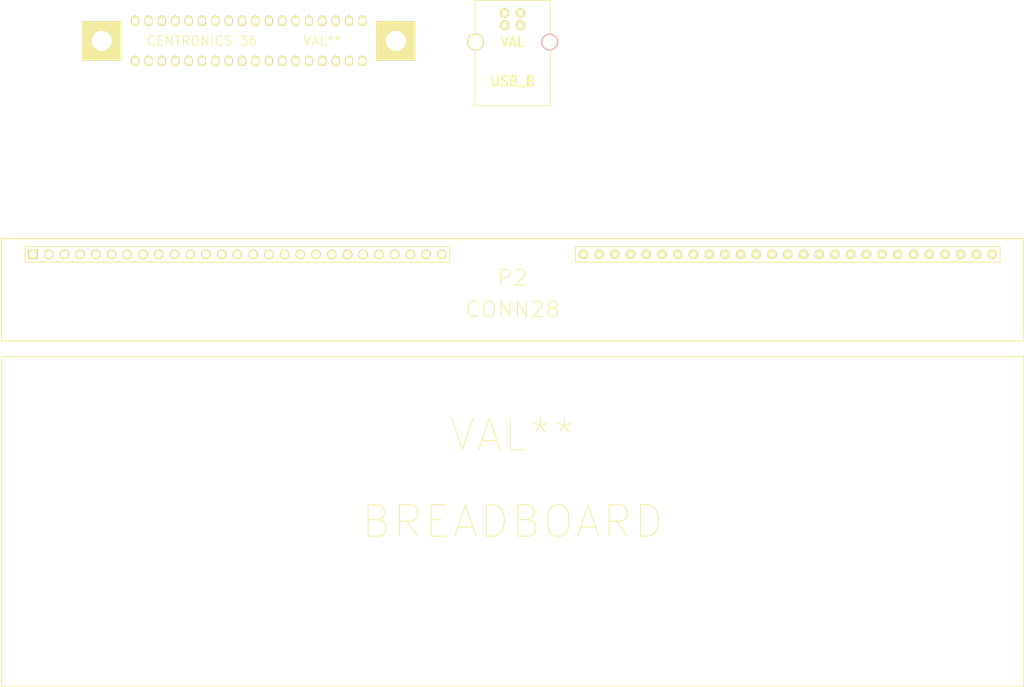
<source format=kicad_pcb>
(kicad_pcb (version 3) (host pcbnew "(25-Oct-2014 BZR 4029)-stable")

  (general
    (links 0)
    (no_connects 0)
    (area 70.616 107.620999 236.549001 180.669001)
    (thickness 1.6)
    (drawings 0)
    (tracks 0)
    (zones 0)
    (modules 4)
    (nets 1)
  )

  (page A3)
  (layers
    (15 F.Cu signal)
    (0 B.Cu signal)
    (16 B.Adhes user)
    (17 F.Adhes user)
    (18 B.Paste user)
    (19 F.Paste user)
    (20 B.SilkS user)
    (21 F.SilkS user)
    (22 B.Mask user)
    (23 F.Mask user)
    (24 Dwgs.User user)
    (25 Cmts.User user)
    (26 Eco1.User user)
    (27 Eco2.User user)
    (28 Edge.Cuts user)
  )

  (setup
    (last_trace_width 0.254)
    (trace_clearance 0.254)
    (zone_clearance 0.508)
    (zone_45_only no)
    (trace_min 0.254)
    (segment_width 0.2)
    (edge_width 0.15)
    (via_size 0.889)
    (via_drill 0.635)
    (via_min_size 0.889)
    (via_min_drill 0.508)
    (uvia_size 0.508)
    (uvia_drill 0.127)
    (uvias_allowed no)
    (uvia_min_size 0.508)
    (uvia_min_drill 0.127)
    (pcb_text_width 0.3)
    (pcb_text_size 1.5 1.5)
    (mod_edge_width 0.15)
    (mod_text_size 1.5 1.5)
    (mod_text_width 0.15)
    (pad_size 1.524 1.524)
    (pad_drill 0.762)
    (pad_to_mask_clearance 0.2)
    (aux_axis_origin 0 0)
    (visible_elements FFFFFFBF)
    (pcbplotparams
      (layerselection 3178497)
      (usegerberextensions true)
      (excludeedgelayer true)
      (linewidth 0.100000)
      (plotframeref false)
      (viasonmask false)
      (mode 1)
      (useauxorigin false)
      (hpglpennumber 1)
      (hpglpenspeed 20)
      (hpglpendiameter 15)
      (hpglpenoverlay 2)
      (psnegative false)
      (psa4output false)
      (plotreference true)
      (plotvalue true)
      (plotothertext true)
      (plotinvisibletext false)
      (padsonsilk false)
      (subtractmaskfromsilk false)
      (outputformat 1)
      (mirror false)
      (drillshape 1)
      (scaleselection 1)
      (outputdirectory ""))
  )

  (net 0 "")

  (net_class Default "This is the default net class."
    (clearance 0.254)
    (trace_width 0.254)
    (via_dia 0.889)
    (via_drill 0.635)
    (uvia_dia 0.508)
    (uvia_drill 0.127)
    (add_net "")
  )

  (module BREADBOARD (layer F.Cu) (tedit 55D82DFC) (tstamp 55D835BE)
    (at 71.12 127)
    (fp_text reference BREADBOARD (at 82.55 26.67) (layer F.SilkS)
      (effects (font (size 5.08 5.08) (thickness 0.15)))
    )
    (fp_text value VAL** (at 82.55 12.7) (layer F.SilkS)
      (effects (font (size 5.08 5.08) (thickness 0.15)))
    )
    (fp_line (start 0 0) (end 165.1 0) (layer F.SilkS) (width 0.15))
    (fp_line (start 165.1 0) (end 165.1 53.34) (layer F.SilkS) (width 0.15))
    (fp_line (start 165.1 53.34) (end 0 53.34) (layer F.SilkS) (width 0.15))
    (fp_line (start 0 53.34) (end 0 0) (layer F.SilkS) (width 0.15))
  )

  (module BREADBOARD_TSTRIP_54 (layer F.Cu) (tedit 55D838AF) (tstamp 55D83CAF)
    (at 110.49 110.49)
    (descr "Single rangee contacts 1 x 28 pins")
    (tags CONN)
    (path /50827286)
    (fp_text reference P2 (at 43.18 3.81) (layer F.SilkS)
      (effects (font (size 2.54 2.54) (thickness 0.15748)))
    )
    (fp_text value CONN28 (at 43.18 8.89) (layer F.SilkS)
      (effects (font (size 2.54 2.54) (thickness 0.15748)))
    )
    (fp_line (start -39.37 -2.54) (end -39.37 13.97) (layer F.SilkS) (width 0.15))
    (fp_line (start -39.37 13.97) (end 125.73 13.97) (layer F.SilkS) (width 0.15))
    (fp_line (start 125.73 13.97) (end 125.73 -2.54) (layer F.SilkS) (width 0.15))
    (fp_line (start 125.73 -2.54) (end -39.37 -2.54) (layer F.SilkS) (width 0.15))
    (fp_line (start -39.37 -2.54) (end 125.73 -2.54) (layer F.SilkS) (width 0.15))
    (fp_line (start 125.73 -2.54) (end 125.73 12.7) (layer F.SilkS) (width 0.15))
    (fp_line (start -39.37 12.7) (end -39.37 -2.54) (layer F.SilkS) (width 0.15))
    (fp_line (start 124.46 -2.54) (end -38.1 -2.54) (layer F.SilkS) (width 0.15))
    (fp_line (start 53.34 -1.27) (end 121.92 -1.27) (layer F.SilkS) (width 0.15))
    (fp_line (start 121.92 -1.27) (end 121.92 1.27) (layer F.SilkS) (width 0.15))
    (fp_line (start 121.92 1.27) (end 53.34 1.27) (layer F.SilkS) (width 0.15))
    (fp_line (start 53.34 1.27) (end 53.34 -1.27) (layer F.SilkS) (width 0.15))
    (fp_line (start -35.56 -1.27) (end 33.02 -1.27) (layer F.SilkS) (width 0.15))
    (fp_line (start 33.02 -1.27) (end 33.02 1.27) (layer F.SilkS) (width 0.15))
    (fp_line (start 33.02 1.27) (end -35.56 1.27) (layer F.SilkS) (width 0.15))
    (fp_line (start -35.56 1.27) (end -35.56 -1.27) (layer F.SilkS) (width 0.15))
    (fp_line (start -35.56 1.27) (end -35.56 -1.27) (layer F.SilkS) (width 0.14986))
    (pad 1 thru_hole rect (at -34.29 0) (size 1.524 1.524) (drill 1.016)
      (layers *.Cu *.Mask F.SilkS)
    )
    (pad 2 thru_hole circle (at -31.75 0) (size 1.524 1.524) (drill 1.016)
      (layers *.Cu *.Mask F.SilkS)
    )
    (pad 11 thru_hole circle (at -8.89 0) (size 1.524 1.524) (drill 1.016)
      (layers *.Cu *.Mask F.SilkS)
    )
    (pad 4 thru_hole circle (at -26.67 0) (size 1.524 1.524) (drill 1.016)
      (layers *.Cu *.Mask F.SilkS)
    )
    (pad 13 thru_hole circle (at -3.81 0) (size 1.524 1.524) (drill 1.016)
      (layers *.Cu *.Mask F.SilkS)
    )
    (pad 6 thru_hole circle (at -21.59 0) (size 1.524 1.524) (drill 1.016)
      (layers *.Cu *.Mask F.SilkS)
    )
    (pad 15 thru_hole circle (at 1.27 0) (size 1.524 1.524) (drill 1.016)
      (layers *.Cu *.Mask F.SilkS)
    )
    (pad 8 thru_hole circle (at -16.51 0) (size 1.524 1.524) (drill 1.016)
      (layers *.Cu *.Mask F.SilkS)
    )
    (pad 17 thru_hole circle (at 6.35 0) (size 1.524 1.524) (drill 1.016)
      (layers *.Cu *.Mask F.SilkS)
    )
    (pad 10 thru_hole circle (at -11.43 0) (size 1.524 1.524) (drill 1.016)
      (layers *.Cu *.Mask F.SilkS)
    )
    (pad 19 thru_hole circle (at 11.43 0) (size 1.524 1.524) (drill 1.016)
      (layers *.Cu *.Mask F.SilkS)
    )
    (pad 12 thru_hole circle (at -6.35 0) (size 1.524 1.524) (drill 1.016)
      (layers *.Cu *.Mask F.SilkS)
    )
    (pad 21 thru_hole circle (at 16.51 0) (size 1.524 1.524) (drill 1.016)
      (layers *.Cu *.Mask F.SilkS)
    )
    (pad 14 thru_hole circle (at -1.27 0) (size 1.524 1.524) (drill 1.016)
      (layers *.Cu *.Mask F.SilkS)
    )
    (pad 23 thru_hole circle (at 21.59 0) (size 1.524 1.524) (drill 1.016)
      (layers *.Cu *.Mask F.SilkS)
    )
    (pad 16 thru_hole circle (at 3.81 0) (size 1.524 1.524) (drill 1.016)
      (layers *.Cu *.Mask F.SilkS)
    )
    (pad 25 thru_hole circle (at 26.67 0) (size 1.524 1.524) (drill 1.016)
      (layers *.Cu *.Mask F.SilkS)
    )
    (pad 18 thru_hole circle (at 8.89 0) (size 1.524 1.524) (drill 1.016)
      (layers *.Cu *.Mask F.SilkS)
    )
    (pad 27 thru_hole circle (at 31.75 0) (size 1.524 1.524) (drill 1.016)
      (layers *.Cu *.Mask F.SilkS)
    )
    (pad 20 thru_hole circle (at 13.97 0) (size 1.524 1.524) (drill 1.016)
      (layers *.Cu *.Mask F.SilkS)
    )
    (pad 22 thru_hole circle (at 19.05 0) (size 1.524 1.524) (drill 1.016)
      (layers *.Cu *.Mask F.SilkS)
    )
    (pad 24 thru_hole circle (at 24.13 0) (size 1.524 1.524) (drill 1.016)
      (layers *.Cu *.Mask F.SilkS)
    )
    (pad 26 thru_hole circle (at 29.21 0) (size 1.524 1.524) (drill 1.016)
      (layers *.Cu *.Mask F.SilkS)
    )
    (pad 3 thru_hole circle (at -29.21 0) (size 1.524 1.524) (drill 1.016)
      (layers *.Cu *.Mask F.SilkS)
    )
    (pad 5 thru_hole circle (at -24.13 0) (size 1.524 1.524) (drill 1.016)
      (layers *.Cu *.Mask F.SilkS)
    )
    (pad 7 thru_hole circle (at -19.05 0) (size 1.524 1.524) (drill 1.016)
      (layers *.Cu *.Mask F.SilkS)
    )
    (pad 9 thru_hole circle (at -13.97 0) (size 1.524 1.524) (drill 1.016)
      (layers *.Cu *.Mask F.SilkS)
    )
    (pad 28 thru_hole circle (at 54.61 0) (size 1.524 1.524) (drill 0.762)
      (layers *.Cu *.Mask F.SilkS)
    )
    (pad 29 thru_hole circle (at 57.15 0) (size 1.524 1.524) (drill 0.762)
      (layers *.Cu *.Mask F.SilkS)
    )
    (pad 30 thru_hole circle (at 59.69 0) (size 1.524 1.524) (drill 0.762)
      (layers *.Cu *.Mask F.SilkS)
    )
    (pad 31 thru_hole circle (at 62.23 0) (size 1.524 1.524) (drill 0.762)
      (layers *.Cu *.Mask F.SilkS)
    )
    (pad 32 thru_hole circle (at 64.77 0) (size 1.524 1.524) (drill 0.762)
      (layers *.Cu *.Mask F.SilkS)
    )
    (pad 33 thru_hole circle (at 67.31 0) (size 1.524 1.524) (drill 0.762)
      (layers *.Cu *.Mask F.SilkS)
    )
    (pad 34 thru_hole circle (at 69.85 0) (size 1.524 1.524) (drill 0.762)
      (layers *.Cu *.Mask F.SilkS)
    )
    (pad 35 thru_hole circle (at 72.39 0) (size 1.524 1.524) (drill 0.762)
      (layers *.Cu *.Mask F.SilkS)
    )
    (pad 36 thru_hole circle (at 74.93 0) (size 1.524 1.524) (drill 0.762)
      (layers *.Cu *.Mask F.SilkS)
    )
    (pad 37 thru_hole circle (at 77.47 0) (size 1.524 1.524) (drill 0.762)
      (layers *.Cu *.Mask F.SilkS)
    )
    (pad 38 thru_hole circle (at 80.01 0) (size 1.524 1.524) (drill 0.762)
      (layers *.Cu *.Mask F.SilkS)
    )
    (pad 39 thru_hole circle (at 82.55 0) (size 1.524 1.524) (drill 0.762)
      (layers *.Cu *.Mask F.SilkS)
    )
    (pad 40 thru_hole circle (at 85.09 0) (size 1.524 1.524) (drill 0.762)
      (layers *.Cu *.Mask F.SilkS)
    )
    (pad 41 thru_hole circle (at 87.63 0) (size 1.524 1.524) (drill 0.762)
      (layers *.Cu *.Mask F.SilkS)
    )
    (pad 42 thru_hole circle (at 90.17 0) (size 1.524 1.524) (drill 0.762)
      (layers *.Cu *.Mask F.SilkS)
    )
    (pad 43 thru_hole circle (at 92.71 0) (size 1.524 1.524) (drill 0.762)
      (layers *.Cu *.Mask F.SilkS)
    )
    (pad 44 thru_hole circle (at 95.25 0) (size 1.524 1.524) (drill 0.762)
      (layers *.Cu *.Mask F.SilkS)
    )
    (pad 45 thru_hole circle (at 97.79 0) (size 1.524 1.524) (drill 0.762)
      (layers *.Cu *.Mask F.SilkS)
    )
    (pad 46 thru_hole circle (at 100.33 0) (size 1.524 1.524) (drill 0.762)
      (layers *.Cu *.Mask F.SilkS)
    )
    (pad 47 thru_hole circle (at 102.87 0) (size 1.524 1.524) (drill 0.762)
      (layers *.Cu *.Mask F.SilkS)
    )
    (pad 48 thru_hole circle (at 105.41 0) (size 1.524 1.524) (drill 0.762)
      (layers *.Cu *.Mask F.SilkS)
    )
    (pad 49 thru_hole circle (at 107.95 0) (size 1.524 1.524) (drill 0.762)
      (layers *.Cu *.Mask F.SilkS)
    )
    (pad 50 thru_hole circle (at 110.49 0) (size 1.524 1.524) (drill 0.762)
      (layers *.Cu *.Mask F.SilkS)
    )
    (pad 51 thru_hole circle (at 113.03 0) (size 1.524 1.524) (drill 0.762)
      (layers *.Cu *.Mask F.SilkS)
    )
    (pad 52 thru_hole circle (at 115.57 0) (size 1.524 1.524) (drill 0.762)
      (layers *.Cu *.Mask F.SilkS)
    )
    (pad 53 thru_hole circle (at 118.11 0) (size 1.524 1.524) (drill 0.762)
      (layers *.Cu *.Mask F.SilkS)
    )
    (pad 54 thru_hole circle (at 120.65 0) (size 1.524 1.524) (drill 0.762)
      (layers *.Cu *.Mask F.SilkS)
    )
  )

  (module CENTRONICS36 (layer F.Cu) (tedit 55DA61BC) (tstamp 55DA654B)
    (at 92.71 74.93)
    (fp_text reference "CENTRONICS 36" (at 10.795 1.0795) (layer F.SilkS)
      (effects (font (size 1.5 1.5) (thickness 0.15)))
    )
    (fp_text value VAL** (at 30.226 1.0795) (layer F.SilkS)
      (effects (font (size 1.5 1.5) (thickness 0.15)))
    )
    (fp_line (start 41.021 2.159) (end 41.021 -2.159) (layer F.SilkS) (width 0.15))
    (fp_line (start 41.021 -2.159) (end 38.862 0) (layer F.SilkS) (width 0.15))
    (fp_line (start 38.862 0) (end 41.021 -2.159) (layer F.SilkS) (width 0.15))
    (fp_line (start 41.021 -2.159) (end 43.18 0) (layer F.SilkS) (width 0.15))
    (pad M2 np_thru_hole rect (at 42.1005 1.0795) (size 6.35 6.35) (drill 3.2004)
      (layers *.Cu *.Mask F.SilkS)
    )
    (pad M1 np_thru_hole rect (at 42.1005 1.0795) (size 6.35 6.35) (drill 3.2004)
      (layers *.Cu *.Mask F.SilkS)
    )
    (pad 1 thru_hole oval (at 0 -2.159) (size 1.27 1.651) (drill 0.9906)
      (layers *.Cu *.Mask F.SilkS)
    )
    (pad 2 thru_hole oval (at 2.159 -2.159) (size 1.27 1.651) (drill 0.9906)
      (layers *.Cu *.Mask F.SilkS)
    )
    (pad 3 thru_hole oval (at 4.318 -2.159) (size 1.27 1.651) (drill 0.9906)
      (layers *.Cu *.Mask F.SilkS)
    )
    (pad 4 thru_hole oval (at 6.477 -2.159) (size 1.27 1.651) (drill 0.9906)
      (layers *.Cu *.Mask F.SilkS)
    )
    (pad 5 thru_hole oval (at 8.636 -2.159) (size 1.27 1.651) (drill 0.9906)
      (layers *.Cu *.Mask F.SilkS)
    )
    (pad 6 thru_hole oval (at 10.795 -2.159) (size 1.27 1.651) (drill 0.9906)
      (layers *.Cu *.Mask F.SilkS)
    )
    (pad 7 thru_hole oval (at 12.954 -2.159) (size 1.27 1.651) (drill 0.9906)
      (layers *.Cu *.Mask F.SilkS)
    )
    (pad 8 thru_hole oval (at 15.113 -2.159) (size 1.27 1.651) (drill 0.9906)
      (layers *.Cu *.Mask F.SilkS)
    )
    (pad 9 thru_hole oval (at 17.272 -2.159) (size 1.27 1.651) (drill 0.9906)
      (layers *.Cu *.Mask F.SilkS)
    )
    (pad 10 thru_hole oval (at 19.431 -2.159) (size 1.27 1.651) (drill 0.9906)
      (layers *.Cu *.Mask F.SilkS)
    )
    (pad 11 thru_hole oval (at 21.59 -2.159) (size 1.27 1.651) (drill 0.9906)
      (layers *.Cu *.Mask F.SilkS)
    )
    (pad 12 thru_hole oval (at 23.749 -2.159) (size 1.27 1.651) (drill 0.9906)
      (layers *.Cu *.Mask F.SilkS)
    )
    (pad 13 thru_hole oval (at 25.908 -2.159) (size 1.27 1.651) (drill 0.9906)
      (layers *.Cu *.Mask F.SilkS)
    )
    (pad 14 thru_hole oval (at 28.067 -2.159) (size 1.27 1.651) (drill 0.9906)
      (layers *.Cu *.Mask F.SilkS)
    )
    (pad 15 thru_hole oval (at 30.226 -2.159) (size 1.27 1.651) (drill 0.9906)
      (layers *.Cu *.Mask F.SilkS)
    )
    (pad 16 thru_hole oval (at 32.385 -2.159) (size 1.27 1.651) (drill 0.9906)
      (layers *.Cu *.Mask F.SilkS)
    )
    (pad 17 thru_hole oval (at 34.544 -2.159) (size 1.27 1.651) (drill 0.9906)
      (layers *.Cu *.Mask F.SilkS)
    )
    (pad 18 thru_hole oval (at 36.703 -2.159) (size 1.27 1.651) (drill 0.9906)
      (layers *.Cu *.Mask F.SilkS)
    )
    (pad 19 thru_hole oval (at 36.703 4.318) (size 1.27 1.651) (drill 0.9906)
      (layers *.Cu *.Mask F.SilkS)
    )
    (pad 20 thru_hole oval (at 34.544 4.318) (size 1.27 1.651) (drill 0.9906)
      (layers *.Cu *.Mask F.SilkS)
    )
    (pad 21 thru_hole oval (at 32.385 4.318) (size 1.27 1.651) (drill 0.9906)
      (layers *.Cu *.Mask F.SilkS)
    )
    (pad 22 thru_hole oval (at 30.226 4.318) (size 1.27 1.651) (drill 0.9906)
      (layers *.Cu *.Mask F.SilkS)
    )
    (pad 23 thru_hole oval (at 28.067 4.318) (size 1.27 1.651) (drill 0.9906)
      (layers *.Cu *.Mask F.SilkS)
    )
    (pad 24 thru_hole oval (at 25.908 4.318) (size 1.27 1.651) (drill 0.9906)
      (layers *.Cu *.Mask F.SilkS)
    )
    (pad 25 thru_hole oval (at 23.749 4.318) (size 1.27 1.651) (drill 0.9906)
      (layers *.Cu *.Mask F.SilkS)
    )
    (pad 26 thru_hole oval (at 21.59 4.318) (size 1.27 1.651) (drill 0.9906)
      (layers *.Cu *.Mask F.SilkS)
    )
    (pad 27 thru_hole oval (at 19.431 4.318) (size 1.27 1.651) (drill 0.9906)
      (layers *.Cu *.Mask F.SilkS)
    )
    (pad 28 thru_hole oval (at 17.272 4.318) (size 1.27 1.651) (drill 0.9906)
      (layers *.Cu *.Mask F.SilkS)
    )
    (pad 29 thru_hole oval (at 15.113 4.318) (size 1.27 1.651) (drill 0.9906)
      (layers *.Cu *.Mask F.SilkS)
    )
    (pad 30 thru_hole oval (at 12.954 4.318) (size 1.27 1.651) (drill 0.9906)
      (layers *.Cu *.Mask F.SilkS)
    )
    (pad 31 thru_hole oval (at 10.795 4.318) (size 1.27 1.651) (drill 0.9906)
      (layers *.Cu *.Mask F.SilkS)
    )
    (pad 32 thru_hole oval (at 8.636 4.318) (size 1.27 1.651) (drill 0.9906)
      (layers *.Cu *.Mask F.SilkS)
    )
    (pad 33 thru_hole oval (at 6.477 4.318) (size 1.27 1.651) (drill 0.9906)
      (layers *.Cu *.Mask F.SilkS)
    )
    (pad 34 thru_hole oval (at 4.318 4.318) (size 1.27 1.651) (drill 0.9906)
      (layers *.Cu *.Mask F.SilkS)
    )
    (pad 35 thru_hole oval (at 2.159 4.318) (size 1.27 1.651) (drill 0.9906)
      (layers *.Cu *.Mask F.SilkS)
    )
    (pad 36 thru_hole oval (at 0 4.318) (size 1.27 1.651) (drill 0.9906)
      (layers *.Cu *.Mask F.SilkS)
    )
    (pad M3 np_thru_hole rect (at -5.3975 1.0795) (size 6.35 6.35) (drill 3.2004)
      (layers *.Cu *.Mask F.SilkS)
    )
    (pad M4 np_thru_hole rect (at -5.3975 1.0795) (size 6.35 6.35) (drill 3.2004)
      (layers *.Cu *.Mask F.SilkS)
    )
  )

  (module USB_B (layer F.Cu) (tedit 48A935FA) (tstamp 55DAF606)
    (at 153.67 76.2)
    (tags USB)
    (fp_text reference USB_B (at 0 6.35) (layer F.SilkS)
      (effects (font (size 1.524 1.524) (thickness 0.3048)))
    )
    (fp_text value VAL (at 0 0) (layer F.SilkS)
      (effects (font (size 1.524 1.524) (thickness 0.3048)))
    )
    (fp_line (start -6.096 10.287) (end 6.096 10.287) (layer F.SilkS) (width 0.127))
    (fp_line (start 6.096 10.287) (end 6.096 -6.731) (layer F.SilkS) (width 0.127))
    (fp_line (start 6.096 -6.731) (end -6.096 -6.731) (layer F.SilkS) (width 0.127))
    (fp_line (start -6.096 -6.731) (end -6.096 10.287) (layer F.SilkS) (width 0.127))
    (pad 1 thru_hole circle (at 1.27 -4.699) (size 1.524 1.524) (drill 0.8128)
      (layers *.Cu *.Mask F.SilkS)
    )
    (pad 2 thru_hole circle (at -1.27 -4.699) (size 1.524 1.524) (drill 0.8128)
      (layers *.Cu *.Mask F.SilkS)
    )
    (pad 3 thru_hole circle (at -1.27 -2.70002) (size 1.524 1.524) (drill 0.8128)
      (layers *.Cu *.Mask F.SilkS)
    )
    (pad 4 thru_hole circle (at 1.27 -2.70002) (size 1.524 1.524) (drill 0.8128)
      (layers *.Cu *.Mask F.SilkS)
    )
    (pad 5 np_thru_hole circle (at 5.99948 0) (size 2.70002 2.70002) (drill 2.30124)
      (layers *.Cu *.SilkS *.Mask)
    )
    (pad 6 thru_hole circle (at -5.99948 0) (size 2.70002 2.70002) (drill 2.30124)
      (layers *.Cu *.Mask F.SilkS)
    )
    (model connectors/USB_type_B.wrl
      (at (xyz 0 0 0.001))
      (scale (xyz 0.3937 0.3937 0.3937))
      (rotate (xyz 0 0 0))
    )
  )

)

</source>
